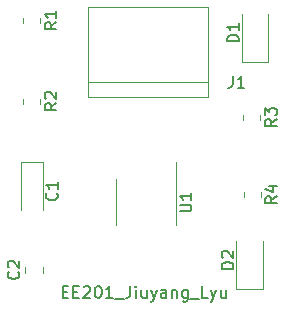
<source format=gbr>
%TF.GenerationSoftware,KiCad,Pcbnew,(6.0.11-0)*%
%TF.CreationDate,2023-02-17T15:46:41-08:00*%
%TF.ProjectId,lab4 exercise 2,6c616234-2065-4786-9572-636973652032,rev?*%
%TF.SameCoordinates,Original*%
%TF.FileFunction,Legend,Top*%
%TF.FilePolarity,Positive*%
%FSLAX46Y46*%
G04 Gerber Fmt 4.6, Leading zero omitted, Abs format (unit mm)*
G04 Created by KiCad (PCBNEW (6.0.11-0)) date 2023-02-17 15:46:41*
%MOMM*%
%LPD*%
G01*
G04 APERTURE LIST*
%ADD10C,0.150000*%
%ADD11C,0.120000*%
G04 APERTURE END LIST*
D10*
X135335238Y-101528571D02*
X135668571Y-101528571D01*
X135811428Y-102052380D02*
X135335238Y-102052380D01*
X135335238Y-101052380D01*
X135811428Y-101052380D01*
X136240000Y-101528571D02*
X136573333Y-101528571D01*
X136716190Y-102052380D02*
X136240000Y-102052380D01*
X136240000Y-101052380D01*
X136716190Y-101052380D01*
X137097142Y-101147619D02*
X137144761Y-101100000D01*
X137240000Y-101052380D01*
X137478095Y-101052380D01*
X137573333Y-101100000D01*
X137620952Y-101147619D01*
X137668571Y-101242857D01*
X137668571Y-101338095D01*
X137620952Y-101480952D01*
X137049523Y-102052380D01*
X137668571Y-102052380D01*
X138287619Y-101052380D02*
X138382857Y-101052380D01*
X138478095Y-101100000D01*
X138525714Y-101147619D01*
X138573333Y-101242857D01*
X138620952Y-101433333D01*
X138620952Y-101671428D01*
X138573333Y-101861904D01*
X138525714Y-101957142D01*
X138478095Y-102004761D01*
X138382857Y-102052380D01*
X138287619Y-102052380D01*
X138192380Y-102004761D01*
X138144761Y-101957142D01*
X138097142Y-101861904D01*
X138049523Y-101671428D01*
X138049523Y-101433333D01*
X138097142Y-101242857D01*
X138144761Y-101147619D01*
X138192380Y-101100000D01*
X138287619Y-101052380D01*
X139573333Y-102052380D02*
X139001904Y-102052380D01*
X139287619Y-102052380D02*
X139287619Y-101052380D01*
X139192380Y-101195238D01*
X139097142Y-101290476D01*
X139001904Y-101338095D01*
X139763809Y-102147619D02*
X140525714Y-102147619D01*
X141049523Y-101052380D02*
X141049523Y-101766666D01*
X141001904Y-101909523D01*
X140906666Y-102004761D01*
X140763809Y-102052380D01*
X140668571Y-102052380D01*
X141525714Y-102052380D02*
X141525714Y-101385714D01*
X141525714Y-101052380D02*
X141478095Y-101100000D01*
X141525714Y-101147619D01*
X141573333Y-101100000D01*
X141525714Y-101052380D01*
X141525714Y-101147619D01*
X142430476Y-101385714D02*
X142430476Y-102052380D01*
X142001904Y-101385714D02*
X142001904Y-101909523D01*
X142049523Y-102004761D01*
X142144761Y-102052380D01*
X142287619Y-102052380D01*
X142382857Y-102004761D01*
X142430476Y-101957142D01*
X142811428Y-101385714D02*
X143049523Y-102052380D01*
X143287619Y-101385714D02*
X143049523Y-102052380D01*
X142954285Y-102290476D01*
X142906666Y-102338095D01*
X142811428Y-102385714D01*
X144097142Y-102052380D02*
X144097142Y-101528571D01*
X144049523Y-101433333D01*
X143954285Y-101385714D01*
X143763809Y-101385714D01*
X143668571Y-101433333D01*
X144097142Y-102004761D02*
X144001904Y-102052380D01*
X143763809Y-102052380D01*
X143668571Y-102004761D01*
X143620952Y-101909523D01*
X143620952Y-101814285D01*
X143668571Y-101719047D01*
X143763809Y-101671428D01*
X144001904Y-101671428D01*
X144097142Y-101623809D01*
X144573333Y-101385714D02*
X144573333Y-102052380D01*
X144573333Y-101480952D02*
X144620952Y-101433333D01*
X144716190Y-101385714D01*
X144859047Y-101385714D01*
X144954285Y-101433333D01*
X145001904Y-101528571D01*
X145001904Y-102052380D01*
X145906666Y-101385714D02*
X145906666Y-102195238D01*
X145859047Y-102290476D01*
X145811428Y-102338095D01*
X145716190Y-102385714D01*
X145573333Y-102385714D01*
X145478095Y-102338095D01*
X145906666Y-102004761D02*
X145811428Y-102052380D01*
X145620952Y-102052380D01*
X145525714Y-102004761D01*
X145478095Y-101957142D01*
X145430476Y-101861904D01*
X145430476Y-101576190D01*
X145478095Y-101480952D01*
X145525714Y-101433333D01*
X145620952Y-101385714D01*
X145811428Y-101385714D01*
X145906666Y-101433333D01*
X146144761Y-102147619D02*
X146906666Y-102147619D01*
X147620952Y-102052380D02*
X147144761Y-102052380D01*
X147144761Y-101052380D01*
X147859047Y-101385714D02*
X148097142Y-102052380D01*
X148335238Y-101385714D02*
X148097142Y-102052380D01*
X148001904Y-102290476D01*
X147954285Y-102338095D01*
X147859047Y-102385714D01*
X149144761Y-101385714D02*
X149144761Y-102052380D01*
X148716190Y-101385714D02*
X148716190Y-101909523D01*
X148763809Y-102004761D01*
X148859047Y-102052380D01*
X149001904Y-102052380D01*
X149097142Y-102004761D01*
X149144761Y-101957142D01*
%TO.C,R3*%
X153439880Y-86936666D02*
X152963690Y-87270000D01*
X153439880Y-87508095D02*
X152439880Y-87508095D01*
X152439880Y-87127142D01*
X152487500Y-87031904D01*
X152535119Y-86984285D01*
X152630357Y-86936666D01*
X152773214Y-86936666D01*
X152868452Y-86984285D01*
X152916071Y-87031904D01*
X152963690Y-87127142D01*
X152963690Y-87508095D01*
X152439880Y-86603333D02*
X152439880Y-85984285D01*
X152820833Y-86317619D01*
X152820833Y-86174761D01*
X152868452Y-86079523D01*
X152916071Y-86031904D01*
X153011309Y-85984285D01*
X153249404Y-85984285D01*
X153344642Y-86031904D01*
X153392261Y-86079523D01*
X153439880Y-86174761D01*
X153439880Y-86460476D01*
X153392261Y-86555714D01*
X153344642Y-86603333D01*
%TO.C,R4*%
X153484880Y-93470794D02*
X153008690Y-93804128D01*
X153484880Y-94042223D02*
X152484880Y-94042223D01*
X152484880Y-93661270D01*
X152532500Y-93566032D01*
X152580119Y-93518413D01*
X152675357Y-93470794D01*
X152818214Y-93470794D01*
X152913452Y-93518413D01*
X152961071Y-93566032D01*
X153008690Y-93661270D01*
X153008690Y-94042223D01*
X152818214Y-92613651D02*
X153484880Y-92613651D01*
X152437261Y-92851747D02*
X153151547Y-93089842D01*
X153151547Y-92470794D01*
%TO.C,R2*%
X134804880Y-85576114D02*
X134328690Y-85909448D01*
X134804880Y-86147543D02*
X133804880Y-86147543D01*
X133804880Y-85766590D01*
X133852500Y-85671352D01*
X133900119Y-85623733D01*
X133995357Y-85576114D01*
X134138214Y-85576114D01*
X134233452Y-85623733D01*
X134281071Y-85671352D01*
X134328690Y-85766590D01*
X134328690Y-86147543D01*
X133900119Y-85195162D02*
X133852500Y-85147543D01*
X133804880Y-85052305D01*
X133804880Y-84814209D01*
X133852500Y-84718971D01*
X133900119Y-84671352D01*
X133995357Y-84623733D01*
X134090595Y-84623733D01*
X134233452Y-84671352D01*
X134804880Y-85242781D01*
X134804880Y-84623733D01*
%TO.C,D1*%
X150254880Y-80345595D02*
X149254880Y-80345595D01*
X149254880Y-80107500D01*
X149302500Y-79964642D01*
X149397738Y-79869404D01*
X149492976Y-79821785D01*
X149683452Y-79774166D01*
X149826309Y-79774166D01*
X150016785Y-79821785D01*
X150112023Y-79869404D01*
X150207261Y-79964642D01*
X150254880Y-80107500D01*
X150254880Y-80345595D01*
X150254880Y-78821785D02*
X150254880Y-79393214D01*
X150254880Y-79107500D02*
X149254880Y-79107500D01*
X149397738Y-79202738D01*
X149492976Y-79297976D01*
X149540595Y-79393214D01*
%TO.C,U1*%
X145227380Y-94741904D02*
X146036904Y-94741904D01*
X146132142Y-94694285D01*
X146179761Y-94646666D01*
X146227380Y-94551428D01*
X146227380Y-94360952D01*
X146179761Y-94265714D01*
X146132142Y-94218095D01*
X146036904Y-94170476D01*
X145227380Y-94170476D01*
X146227380Y-93170476D02*
X146227380Y-93741904D01*
X146227380Y-93456190D02*
X145227380Y-93456190D01*
X145370238Y-93551428D01*
X145465476Y-93646666D01*
X145513095Y-93741904D01*
%TO.C,J1*%
X149724166Y-83272380D02*
X149724166Y-83986666D01*
X149676547Y-84129523D01*
X149581309Y-84224761D01*
X149438452Y-84272380D01*
X149343214Y-84272380D01*
X150724166Y-84272380D02*
X150152738Y-84272380D01*
X150438452Y-84272380D02*
X150438452Y-83272380D01*
X150343214Y-83415238D01*
X150247976Y-83510476D01*
X150152738Y-83558095D01*
%TO.C,D2*%
X149789880Y-99608095D02*
X148789880Y-99608095D01*
X148789880Y-99370000D01*
X148837500Y-99227142D01*
X148932738Y-99131904D01*
X149027976Y-99084285D01*
X149218452Y-99036666D01*
X149361309Y-99036666D01*
X149551785Y-99084285D01*
X149647023Y-99131904D01*
X149742261Y-99227142D01*
X149789880Y-99370000D01*
X149789880Y-99608095D01*
X148885119Y-98655714D02*
X148837500Y-98608095D01*
X148789880Y-98512857D01*
X148789880Y-98274761D01*
X148837500Y-98179523D01*
X148885119Y-98131904D01*
X148980357Y-98084285D01*
X149075595Y-98084285D01*
X149218452Y-98131904D01*
X149789880Y-98703333D01*
X149789880Y-98084285D01*
%TO.C,C2*%
X131579642Y-99849166D02*
X131627261Y-99896785D01*
X131674880Y-100039642D01*
X131674880Y-100134880D01*
X131627261Y-100277738D01*
X131532023Y-100372976D01*
X131436785Y-100420595D01*
X131246309Y-100468214D01*
X131103452Y-100468214D01*
X130912976Y-100420595D01*
X130817738Y-100372976D01*
X130722500Y-100277738D01*
X130674880Y-100134880D01*
X130674880Y-100039642D01*
X130722500Y-99896785D01*
X130770119Y-99849166D01*
X130770119Y-99468214D02*
X130722500Y-99420595D01*
X130674880Y-99325357D01*
X130674880Y-99087261D01*
X130722500Y-98992023D01*
X130770119Y-98944404D01*
X130865357Y-98896785D01*
X130960595Y-98896785D01*
X131103452Y-98944404D01*
X131674880Y-99515833D01*
X131674880Y-98896785D01*
%TO.C,R1*%
X134804880Y-78729050D02*
X134328690Y-79062384D01*
X134804880Y-79300479D02*
X133804880Y-79300479D01*
X133804880Y-78919526D01*
X133852500Y-78824288D01*
X133900119Y-78776669D01*
X133995357Y-78729050D01*
X134138214Y-78729050D01*
X134233452Y-78776669D01*
X134281071Y-78824288D01*
X134328690Y-78919526D01*
X134328690Y-79300479D01*
X134804880Y-77776669D02*
X134804880Y-78348098D01*
X134804880Y-78062384D02*
X133804880Y-78062384D01*
X133947738Y-78157622D01*
X134042976Y-78252860D01*
X134090595Y-78348098D01*
%TO.C,C1*%
X134809642Y-93196114D02*
X134857261Y-93243733D01*
X134904880Y-93386590D01*
X134904880Y-93481828D01*
X134857261Y-93624686D01*
X134762023Y-93719924D01*
X134666785Y-93767543D01*
X134476309Y-93815162D01*
X134333452Y-93815162D01*
X134142976Y-93767543D01*
X134047738Y-93719924D01*
X133952500Y-93624686D01*
X133904880Y-93481828D01*
X133904880Y-93386590D01*
X133952500Y-93243733D01*
X134000119Y-93196114D01*
X134904880Y-92243733D02*
X134904880Y-92815162D01*
X134904880Y-92529448D02*
X133904880Y-92529448D01*
X134047738Y-92624686D01*
X134142976Y-92719924D01*
X134190595Y-92815162D01*
D11*
%TO.C,R3*%
X152072500Y-86542936D02*
X152072500Y-86997064D01*
X150602500Y-86542936D02*
X150602500Y-86997064D01*
%TO.C,R4*%
X152117500Y-93077064D02*
X152117500Y-93531192D01*
X150647500Y-93077064D02*
X150647500Y-93531192D01*
%TO.C,R2*%
X131967500Y-85182384D02*
X131967500Y-85636512D01*
X133437500Y-85182384D02*
X133437500Y-85636512D01*
%TO.C,D1*%
X150487500Y-82067500D02*
X152757500Y-82067500D01*
X150487500Y-78007500D02*
X150487500Y-82067500D01*
X152757500Y-82067500D02*
X152757500Y-78007500D01*
%TO.C,U1*%
X144935000Y-93980000D02*
X144935000Y-90530000D01*
X139815000Y-93980000D02*
X139815000Y-95930000D01*
X144935000Y-93980000D02*
X144935000Y-95930000D01*
X139815000Y-93980000D02*
X139815000Y-92030000D01*
%TO.C,J1*%
X147597500Y-77470000D02*
X137437500Y-77470000D01*
X137437500Y-77470000D02*
X137437500Y-85090000D01*
X147597500Y-83820000D02*
X137437500Y-83820000D01*
X147597500Y-85090000D02*
X147597500Y-77470000D01*
X137437500Y-85090000D02*
X147597500Y-85090000D01*
%TO.C,D2*%
X152292500Y-101330000D02*
X152292500Y-97270000D01*
X150022500Y-97270000D02*
X150022500Y-101330000D01*
X150022500Y-101330000D02*
X152292500Y-101330000D01*
%TO.C,C2*%
X133637500Y-99943752D02*
X133637500Y-99421248D01*
X132167500Y-99943752D02*
X132167500Y-99421248D01*
%TO.C,R1*%
X131967500Y-78335320D02*
X131967500Y-78789448D01*
X133437500Y-78335320D02*
X133437500Y-78789448D01*
%TO.C,C1*%
X133637500Y-94629448D02*
X133637500Y-90544448D01*
X131767500Y-90544448D02*
X131767500Y-94629448D01*
X133637500Y-90544448D02*
X131767500Y-90544448D01*
%TD*%
M02*

</source>
